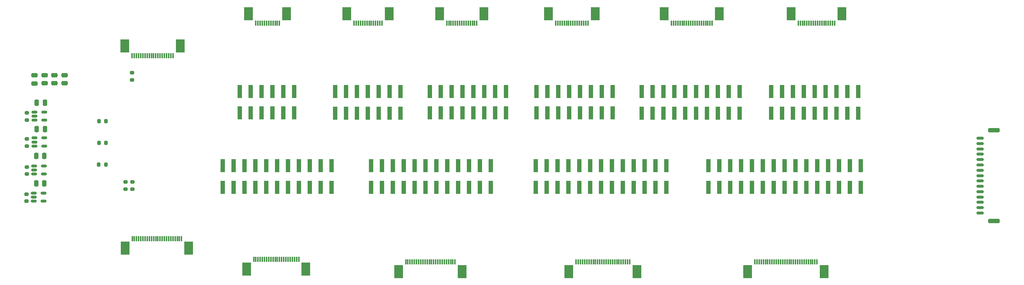
<source format=gtp>
G04 #@! TF.GenerationSoftware,KiCad,Pcbnew,8.0.3*
G04 #@! TF.CreationDate,2025-06-28T13:49:22+03:00*
G04 #@! TF.ProjectId,Camera_Expansion_Board_V2.0,43616d65-7261-45f4-9578-70616e73696f,rev?*
G04 #@! TF.SameCoordinates,Original*
G04 #@! TF.FileFunction,Paste,Top*
G04 #@! TF.FilePolarity,Positive*
%FSLAX46Y46*%
G04 Gerber Fmt 4.6, Leading zero omitted, Abs format (unit mm)*
G04 Created by KiCad (PCBNEW 8.0.3) date 2025-06-28 13:49:22*
%MOMM*%
%LPD*%
G01*
G04 APERTURE LIST*
G04 Aperture macros list*
%AMRoundRect*
0 Rectangle with rounded corners*
0 $1 Rounding radius*
0 $2 $3 $4 $5 $6 $7 $8 $9 X,Y pos of 4 corners*
0 Add a 4 corners polygon primitive as box body*
4,1,4,$2,$3,$4,$5,$6,$7,$8,$9,$2,$3,0*
0 Add four circle primitives for the rounded corners*
1,1,$1+$1,$2,$3*
1,1,$1+$1,$4,$5*
1,1,$1+$1,$6,$7*
1,1,$1+$1,$8,$9*
0 Add four rect primitives between the rounded corners*
20,1,$1+$1,$2,$3,$4,$5,0*
20,1,$1+$1,$4,$5,$6,$7,0*
20,1,$1+$1,$6,$7,$8,$9,0*
20,1,$1+$1,$8,$9,$2,$3,0*%
G04 Aperture macros list end*
%ADD10RoundRect,0.250000X0.250000X0.475000X-0.250000X0.475000X-0.250000X-0.475000X0.250000X-0.475000X0*%
%ADD11RoundRect,0.150000X-0.512500X-0.150000X0.512500X-0.150000X0.512500X0.150000X-0.512500X0.150000X0*%
%ADD12RoundRect,0.200000X0.200000X0.275000X-0.200000X0.275000X-0.200000X-0.275000X0.200000X-0.275000X0*%
%ADD13R,1.000000X3.150000*%
%ADD14R,0.300000X1.250000*%
%ADD15R,2.000000X3.150000*%
%ADD16RoundRect,0.250000X-0.475000X0.250000X-0.475000X-0.250000X0.475000X-0.250000X0.475000X0.250000X0*%
%ADD17RoundRect,0.200000X-0.275000X0.200000X-0.275000X-0.200000X0.275000X-0.200000X0.275000X0.200000X0*%
%ADD18RoundRect,0.200000X0.275000X-0.200000X0.275000X0.200000X-0.275000X0.200000X-0.275000X-0.200000X0*%
%ADD19RoundRect,0.150000X0.700000X-0.150000X0.700000X0.150000X-0.700000X0.150000X-0.700000X-0.150000X0*%
%ADD20RoundRect,0.250000X1.100000X-0.250000X1.100000X0.250000X-1.100000X0.250000X-1.100000X-0.250000X0*%
G04 APERTURE END LIST*
D10*
X34936250Y-101458750D03*
X33036250Y-101458750D03*
D11*
X32628750Y-84698750D03*
X32628750Y-85648750D03*
X32628750Y-86598750D03*
X34903750Y-86598750D03*
X34903750Y-84698750D03*
D12*
X49308750Y-86816250D03*
X47658750Y-86816250D03*
D13*
X197233750Y-79931250D03*
X197233750Y-84981250D03*
X194693750Y-79931250D03*
X194693750Y-84981250D03*
X192153750Y-79931250D03*
X192153750Y-84981250D03*
X189613750Y-79931250D03*
X189613750Y-84981250D03*
X187073750Y-79931250D03*
X187073750Y-84981250D03*
X184533750Y-79931250D03*
X184533750Y-84981250D03*
X181993750Y-79931250D03*
X181993750Y-84981250D03*
X179453750Y-79931250D03*
X179453750Y-84981250D03*
X176913750Y-79931250D03*
X176913750Y-84981250D03*
X174373750Y-79931250D03*
X174373750Y-84981250D03*
D14*
X200773750Y-119796250D03*
X201273750Y-119796250D03*
X201773750Y-119796250D03*
X202273750Y-119796250D03*
X202773750Y-119796250D03*
X203273750Y-119796250D03*
X203773750Y-119796250D03*
X204273750Y-119796250D03*
X204773750Y-119796250D03*
X205273750Y-119796250D03*
X205773750Y-119796250D03*
X206273750Y-119796250D03*
X206773750Y-119796250D03*
X207273750Y-119796250D03*
X207773750Y-119796250D03*
X208273750Y-119796250D03*
X208773750Y-119796250D03*
X209273750Y-119796250D03*
X209773750Y-119796250D03*
X210273750Y-119796250D03*
X210773750Y-119796250D03*
X211273750Y-119796250D03*
X211773750Y-119796250D03*
X212273750Y-119796250D03*
X212773750Y-119796250D03*
X213273750Y-119796250D03*
X213773750Y-119796250D03*
X214273750Y-119796250D03*
X214773750Y-119796250D03*
X215273750Y-119796250D03*
D15*
X199083750Y-122046250D03*
X216963750Y-122046250D03*
D13*
X111190000Y-102333750D03*
X111190000Y-97283750D03*
X113730000Y-102333750D03*
X113730000Y-97283750D03*
X116270000Y-102333750D03*
X116270000Y-97283750D03*
X118810000Y-102333750D03*
X118810000Y-97283750D03*
X121350000Y-102333750D03*
X121350000Y-97283750D03*
X123890000Y-102333750D03*
X123890000Y-97283750D03*
X126430000Y-102333750D03*
X126430000Y-97283750D03*
X128970000Y-102333750D03*
X128970000Y-97283750D03*
X131510000Y-102333750D03*
X131510000Y-97283750D03*
X134050000Y-102333750D03*
X134050000Y-97283750D03*
X136590000Y-102333750D03*
X136590000Y-97283750D03*
X139130000Y-102333750D03*
X139130000Y-97283750D03*
D16*
X34956250Y-76068750D03*
X34956250Y-77968750D03*
D11*
X32548750Y-97328750D03*
X32548750Y-98278750D03*
X32548750Y-99228750D03*
X34823750Y-99228750D03*
X34823750Y-97328750D03*
D12*
X49278750Y-96996250D03*
X47628750Y-96996250D03*
D13*
X189920000Y-102333750D03*
X189920000Y-97283750D03*
X192460000Y-102333750D03*
X192460000Y-97283750D03*
X195000000Y-102333750D03*
X195000000Y-97283750D03*
X197540000Y-102333750D03*
X197540000Y-97283750D03*
X200080000Y-102333750D03*
X200080000Y-97283750D03*
X202620000Y-102333750D03*
X202620000Y-97283750D03*
X205160000Y-102333750D03*
X205160000Y-97283750D03*
X207700000Y-102333750D03*
X207700000Y-97283750D03*
X210240000Y-102333750D03*
X210240000Y-97283750D03*
X212780000Y-102333750D03*
X212780000Y-97283750D03*
X215320000Y-102333750D03*
X215320000Y-97283750D03*
X217860000Y-102333750D03*
X217860000Y-97283750D03*
X220400000Y-102333750D03*
X220400000Y-97283750D03*
X222940000Y-102333750D03*
X222940000Y-97283750D03*
X225480000Y-102333750D03*
X225480000Y-97283750D03*
D12*
X49328750Y-91926250D03*
X47678750Y-91926250D03*
D16*
X39616250Y-76078750D03*
X39616250Y-77978750D03*
D14*
X83803750Y-119196250D03*
X84303750Y-119196250D03*
X84803750Y-119196250D03*
X85303750Y-119196250D03*
X85803750Y-119196250D03*
X86303750Y-119196250D03*
X86803750Y-119196250D03*
X87303750Y-119196250D03*
X87803750Y-119196250D03*
X88303750Y-119196250D03*
X88803750Y-119196250D03*
X89303750Y-119196250D03*
X89803750Y-119196250D03*
X90303750Y-119196250D03*
X90803750Y-119196250D03*
X91303750Y-119196250D03*
X91803750Y-119196250D03*
X92303750Y-119196250D03*
X92803750Y-119196250D03*
X93303750Y-119196250D03*
X93803750Y-119196250D03*
X94303750Y-119196250D03*
D15*
X82113750Y-121446250D03*
X95993750Y-121446250D03*
D10*
X35036250Y-88708750D03*
X33136250Y-88708750D03*
D13*
X167558750Y-79891250D03*
X167558750Y-84941250D03*
X165018750Y-79891250D03*
X165018750Y-84941250D03*
X162478750Y-79891250D03*
X162478750Y-84941250D03*
X159938750Y-79891250D03*
X159938750Y-84941250D03*
X157398750Y-79891250D03*
X157398750Y-84941250D03*
X154858750Y-79891250D03*
X154858750Y-84941250D03*
X152318750Y-79891250D03*
X152318750Y-84941250D03*
X149778750Y-79891250D03*
X149778750Y-84941250D03*
D14*
X190798750Y-63931250D03*
X190298750Y-63931250D03*
X189798750Y-63931250D03*
X189298750Y-63931250D03*
X188798750Y-63931250D03*
X188298750Y-63931250D03*
X187798750Y-63931250D03*
X187298750Y-63931250D03*
X186798750Y-63931250D03*
X186298750Y-63931250D03*
X185798750Y-63931250D03*
X185298750Y-63931250D03*
X184798750Y-63931250D03*
X184298750Y-63931250D03*
X183798750Y-63931250D03*
X183298750Y-63931250D03*
X182798750Y-63931250D03*
X182298750Y-63931250D03*
X181798750Y-63931250D03*
X181298750Y-63931250D03*
D15*
X192488750Y-61681250D03*
X179608750Y-61681250D03*
D13*
X118053750Y-79911250D03*
X118053750Y-84961250D03*
X115513750Y-79911250D03*
X115513750Y-84961250D03*
X112973750Y-79911250D03*
X112973750Y-84961250D03*
X110433750Y-79911250D03*
X110433750Y-84961250D03*
X107893750Y-79911250D03*
X107893750Y-84961250D03*
X105353750Y-79911250D03*
X105353750Y-84961250D03*
X102813750Y-79911250D03*
X102813750Y-84961250D03*
D14*
X55443750Y-114361250D03*
X55943750Y-114361250D03*
X56443750Y-114361250D03*
X56943750Y-114361250D03*
X57443750Y-114361250D03*
X57943750Y-114361250D03*
X58443750Y-114361250D03*
X58943750Y-114361250D03*
X59443750Y-114361250D03*
X59943750Y-114361250D03*
X60443750Y-114361250D03*
X60943750Y-114361250D03*
X61443750Y-114361250D03*
X61943750Y-114361250D03*
X62443750Y-114361250D03*
X62943750Y-114361250D03*
X63443750Y-114361250D03*
X63943750Y-114361250D03*
X64443750Y-114361250D03*
X64943750Y-114361250D03*
X65443750Y-114361250D03*
X65943750Y-114361250D03*
X66443750Y-114361250D03*
X66943750Y-114361250D03*
D15*
X53753750Y-116611250D03*
X68633750Y-116611250D03*
D13*
X93263750Y-79891250D03*
X93263750Y-84941250D03*
X90723750Y-79891250D03*
X90723750Y-84941250D03*
X88183750Y-79891250D03*
X88183750Y-84941250D03*
X85643750Y-79891250D03*
X85643750Y-84941250D03*
X83103750Y-79891250D03*
X83103750Y-84941250D03*
X80563750Y-79891250D03*
X80563750Y-84941250D03*
D11*
X32601250Y-90788750D03*
X32601250Y-91738750D03*
X32601250Y-92688750D03*
X34876250Y-92688750D03*
X34876250Y-90788750D03*
D13*
X149640000Y-102333750D03*
X149640000Y-97283750D03*
X152180000Y-102333750D03*
X152180000Y-97283750D03*
X154720000Y-102333750D03*
X154720000Y-97283750D03*
X157260000Y-102333750D03*
X157260000Y-97283750D03*
X159800000Y-102333750D03*
X159800000Y-97283750D03*
X162340000Y-102333750D03*
X162340000Y-97283750D03*
X164880000Y-102333750D03*
X164880000Y-97283750D03*
X167420000Y-102333750D03*
X167420000Y-97283750D03*
X169960000Y-102333750D03*
X169960000Y-97283750D03*
X172500000Y-102333750D03*
X172500000Y-97283750D03*
X175040000Y-102333750D03*
X175040000Y-97283750D03*
X177580000Y-102333750D03*
X177580000Y-97283750D03*
X180120000Y-102333750D03*
X180120000Y-97283750D03*
D10*
X35046250Y-82548750D03*
X33146250Y-82548750D03*
D13*
X224883750Y-79911250D03*
X224883750Y-84961250D03*
X222343750Y-79911250D03*
X222343750Y-84961250D03*
X219803750Y-79911250D03*
X219803750Y-84961250D03*
X217263750Y-79911250D03*
X217263750Y-84961250D03*
X214723750Y-79911250D03*
X214723750Y-84961250D03*
X212183750Y-79911250D03*
X212183750Y-84961250D03*
X209643750Y-79911250D03*
X209643750Y-84961250D03*
X207103750Y-79911250D03*
X207103750Y-84961250D03*
X204563750Y-79911250D03*
X204563750Y-84961250D03*
D14*
X219406250Y-63931250D03*
X218906250Y-63931250D03*
X218406250Y-63931250D03*
X217906250Y-63931250D03*
X217406250Y-63931250D03*
X216906250Y-63931250D03*
X216406250Y-63931250D03*
X215906250Y-63931250D03*
X215406250Y-63931250D03*
X214906250Y-63931250D03*
X214406250Y-63931250D03*
X213906250Y-63931250D03*
X213406250Y-63931250D03*
X212906250Y-63931250D03*
X212406250Y-63931250D03*
X211906250Y-63931250D03*
X211406250Y-63931250D03*
X210906250Y-63931250D03*
D15*
X221096250Y-61681250D03*
X209216250Y-61681250D03*
D13*
X142703750Y-79891250D03*
X142703750Y-84941250D03*
X140163750Y-79891250D03*
X140163750Y-84941250D03*
X137623750Y-79891250D03*
X137623750Y-84941250D03*
X135083750Y-79891250D03*
X135083750Y-84941250D03*
X132543750Y-79891250D03*
X132543750Y-84941250D03*
X130003750Y-79891250D03*
X130003750Y-84941250D03*
X127463750Y-79891250D03*
X127463750Y-84941250D03*
X124923750Y-79891250D03*
X124923750Y-84941250D03*
D14*
X89806250Y-63931250D03*
X89306250Y-63931250D03*
X88806250Y-63931250D03*
X88306250Y-63931250D03*
X87806250Y-63931250D03*
X87306250Y-63931250D03*
X86806250Y-63931250D03*
X86306250Y-63931250D03*
X85806250Y-63931250D03*
X85306250Y-63931250D03*
X84806250Y-63931250D03*
X84306250Y-63931250D03*
D15*
X91496250Y-61681250D03*
X82616250Y-61681250D03*
D14*
X64928750Y-71526250D03*
X64428750Y-71526250D03*
X63928750Y-71526250D03*
X63428750Y-71526250D03*
X62928750Y-71526250D03*
X62428750Y-71526250D03*
X61928750Y-71526250D03*
X61428750Y-71526250D03*
X60928750Y-71526250D03*
X60428750Y-71526250D03*
X59928750Y-71526250D03*
X59428750Y-71526250D03*
X58928750Y-71526250D03*
X58428750Y-71526250D03*
X57928750Y-71526250D03*
X57428750Y-71526250D03*
X56928750Y-71526250D03*
X56428750Y-71526250D03*
X55928750Y-71526250D03*
X55428750Y-71526250D03*
D15*
X66618750Y-69276250D03*
X53738750Y-69276250D03*
D14*
X119283750Y-119796250D03*
X119783750Y-119796250D03*
X120283750Y-119796250D03*
X120783750Y-119796250D03*
X121283750Y-119796250D03*
X121783750Y-119796250D03*
X122283750Y-119796250D03*
X122783750Y-119796250D03*
X123283750Y-119796250D03*
X123783750Y-119796250D03*
X124283750Y-119796250D03*
X124783750Y-119796250D03*
X125283750Y-119796250D03*
X125783750Y-119796250D03*
X126283750Y-119796250D03*
X126783750Y-119796250D03*
X127283750Y-119796250D03*
X127783750Y-119796250D03*
X128283750Y-119796250D03*
X128783750Y-119796250D03*
X129283750Y-119796250D03*
X129783750Y-119796250D03*
X130283750Y-119796250D03*
X130783750Y-119796250D03*
D15*
X117593750Y-122046250D03*
X132473750Y-122046250D03*
D13*
X76530000Y-102333750D03*
X76530000Y-97283750D03*
X79070000Y-102333750D03*
X79070000Y-97283750D03*
X81610000Y-102333750D03*
X81610000Y-97283750D03*
X84150000Y-102333750D03*
X84150000Y-97283750D03*
X86690000Y-102333750D03*
X86690000Y-97283750D03*
X89230000Y-102333750D03*
X89230000Y-97283750D03*
X91770000Y-102333750D03*
X91770000Y-97283750D03*
X94310000Y-102333750D03*
X94310000Y-97283750D03*
X96850000Y-102333750D03*
X96850000Y-97283750D03*
X99390000Y-102333750D03*
X99390000Y-97283750D03*
X101930000Y-102333750D03*
X101930000Y-97283750D03*
D17*
X30856250Y-84943750D03*
X30856250Y-86593750D03*
D14*
X159056250Y-119796250D03*
X159556250Y-119796250D03*
X160056250Y-119796250D03*
X160556250Y-119796250D03*
X161056250Y-119796250D03*
X161556250Y-119796250D03*
X162056250Y-119796250D03*
X162556250Y-119796250D03*
X163056250Y-119796250D03*
X163556250Y-119796250D03*
X164056250Y-119796250D03*
X164556250Y-119796250D03*
X165056250Y-119796250D03*
X165556250Y-119796250D03*
X166056250Y-119796250D03*
X166556250Y-119796250D03*
X167056250Y-119796250D03*
X167556250Y-119796250D03*
X168056250Y-119796250D03*
X168556250Y-119796250D03*
X169056250Y-119796250D03*
X169556250Y-119796250D03*
X170056250Y-119796250D03*
X170556250Y-119796250D03*
X171056250Y-119796250D03*
X171556250Y-119796250D03*
D15*
X157366250Y-122046250D03*
X173246250Y-122046250D03*
D17*
X55423750Y-75516250D03*
X55423750Y-77166250D03*
X30886250Y-91033750D03*
X30886250Y-92683750D03*
D14*
X113728750Y-63928750D03*
X113228750Y-63928750D03*
X112728750Y-63928750D03*
X112228750Y-63928750D03*
X111728750Y-63928750D03*
X111228750Y-63928750D03*
X110728750Y-63928750D03*
X110228750Y-63928750D03*
X109728750Y-63928750D03*
X109228750Y-63928750D03*
X108728750Y-63928750D03*
X108228750Y-63928750D03*
X107728750Y-63928750D03*
X107228750Y-63928750D03*
D15*
X115418750Y-61678750D03*
X105538750Y-61678750D03*
D18*
X53893750Y-102771250D03*
X53893750Y-101121250D03*
D17*
X30746250Y-103948750D03*
X30746250Y-105598750D03*
D16*
X32596250Y-76108750D03*
X32596250Y-78008750D03*
D14*
X135861250Y-63931250D03*
X135361250Y-63931250D03*
X134861250Y-63931250D03*
X134361250Y-63931250D03*
X133861250Y-63931250D03*
X133361250Y-63931250D03*
X132861250Y-63931250D03*
X132361250Y-63931250D03*
X131861250Y-63931250D03*
X131361250Y-63931250D03*
X130861250Y-63931250D03*
X130361250Y-63931250D03*
X129861250Y-63931250D03*
X129361250Y-63931250D03*
X128861250Y-63931250D03*
D15*
X137551250Y-61681250D03*
X127171250Y-61681250D03*
D14*
X161791250Y-63931250D03*
X161291250Y-63931250D03*
X160791250Y-63931250D03*
X160291250Y-63931250D03*
X159791250Y-63931250D03*
X159291250Y-63931250D03*
X158791250Y-63931250D03*
X158291250Y-63931250D03*
X157791250Y-63931250D03*
X157291250Y-63931250D03*
X156791250Y-63931250D03*
X156291250Y-63931250D03*
X155791250Y-63931250D03*
X155291250Y-63931250D03*
X154791250Y-63931250D03*
X154291250Y-63931250D03*
D15*
X163481250Y-61681250D03*
X152601250Y-61681250D03*
D19*
X253386250Y-108351250D03*
X253386250Y-107101250D03*
X253386250Y-105851250D03*
X253386250Y-104601250D03*
X253386250Y-103351250D03*
X253386250Y-102101250D03*
X253386250Y-100851250D03*
X253386250Y-99601250D03*
X253386250Y-98351250D03*
X253386250Y-97101250D03*
X253386250Y-95851250D03*
X253386250Y-94601250D03*
X253386250Y-93351250D03*
X253386250Y-92101250D03*
X253386250Y-90851250D03*
D20*
X256586250Y-110201250D03*
X256586250Y-89001250D03*
D17*
X30816250Y-97583750D03*
X30816250Y-99233750D03*
D10*
X34936250Y-95008750D03*
X33036250Y-95008750D03*
D17*
X55443750Y-101111250D03*
X55443750Y-102761250D03*
D11*
X32491250Y-103698750D03*
X32491250Y-104648750D03*
X32491250Y-105598750D03*
X34766250Y-105598750D03*
X34766250Y-103698750D03*
D16*
X37296250Y-76078750D03*
X37296250Y-77978750D03*
M02*

</source>
